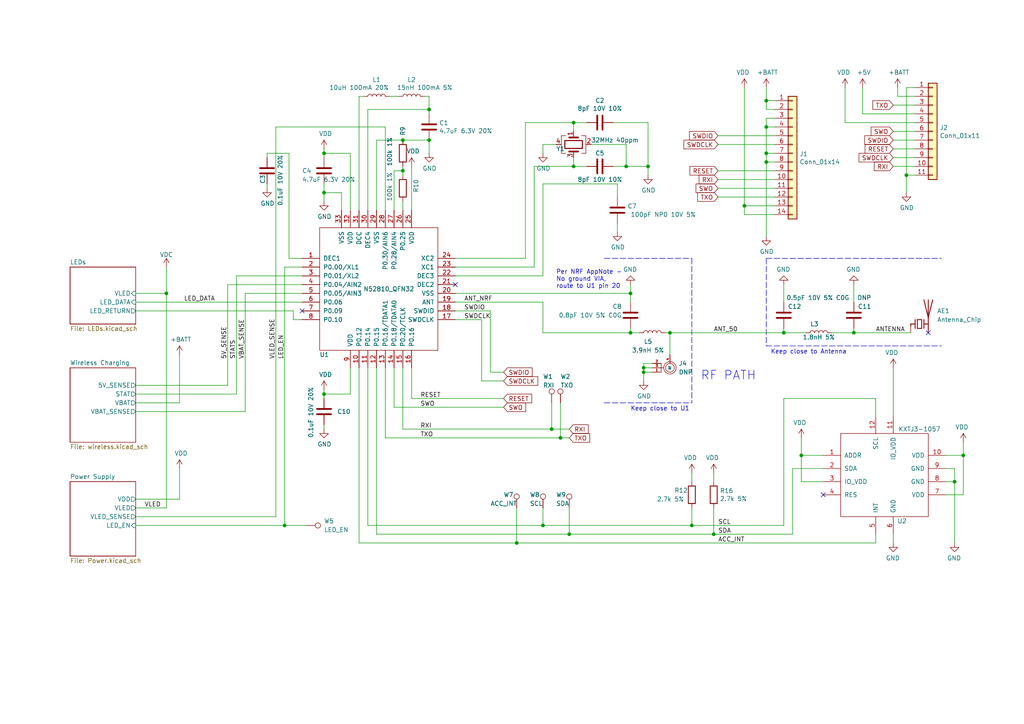
<source format=kicad_sch>
(kicad_sch (version 20211123) (generator eeschema)
  (paper "A4")
  (title_block (title "Pixels D20 Schematic, Main") (date "2022-08-26") (rev "13") (company "Systemic Games, LLC") (comment 1 "Main MCU, Accelerometer and Radio"))
  (lib_symbols
    (symbol "Connector_Generic:Conn_01x11" (pin_names (offset 1.016) hide)
      (property "Reference" "J" (at 0 15.24 0))
      (property "Value" "Conn_01x11" (at 0 -15.24 0))
      (symbol "Conn_01x11_1_1"
        (rectangle (start -1.27 -12.573) (end 0 -12.827) (stroke (width 0.1524)))
        (rectangle (start -1.27 -10.033) (end 0 -10.287) (stroke (width 0.1524)))
        (rectangle (start -1.27 -7.493) (end 0 -7.747) (stroke (width 0.1524)))
        (rectangle (start -1.27 -4.953) (end 0 -5.207) (stroke (width 0.1524)))
        (rectangle (start -1.27 -2.413) (end 0 -2.667) (stroke (width 0.1524)))
        (rectangle (start -1.27 0.127) (end 0 -0.127) (stroke (width 0.1524)))
        (rectangle (start -1.27 2.667) (end 0 2.413) (stroke (width 0.1524)))
        (rectangle (start -1.27 5.207) (end 0 4.953) (stroke (width 0.1524)))
        (rectangle (start -1.27 7.747) (end 0 7.493) (stroke (width 0.1524)))
        (rectangle (start -1.27 10.287) (end 0 10.033) (stroke (width 0.1524)))
        (rectangle (start -1.27 12.827) (end 0 12.573) (stroke (width 0.1524)))
        (rectangle (start -1.27 13.97) (end 1.27 -13.97) (stroke (width 0.254)) (fill (type background)))
        (pin passive line (at -5.08 12.7 0) (length 3.81) (name "Pin_1") (number "1"))
        (pin passive line (at -5.08 -10.16 0) (length 3.81) (name "Pin_10") (number "10"))
        (pin passive line (at -5.08 -12.7 0) (length 3.81) (name "Pin_11") (number "11"))
        (pin passive line (at -5.08 10.16 0) (length 3.81) (name "Pin_2") (number "2"))
        (pin passive line (at -5.08 7.62 0) (length 3.81) (name "Pin_3") (number "3"))
        (pin passive line (at -5.08 5.08 0) (length 3.81) (name "Pin_4") (number "4"))
        (pin passive line (at -5.08 2.54 0) (length 3.81) (name "Pin_5") (number "5"))
        (pin passive line (at -5.08 0 0) (length 3.81) (name "Pin_6") (number "6"))
        (pin passive line (at -5.08 -2.54 0) (length 3.81) (name "Pin_7") (number "7"))
        (pin passive line (at -5.08 -5.08 0) (length 3.81) (name "Pin_8") (number "8"))
        (pin passive line (at -5.08 -7.62 0) (length 3.81) (name "Pin_9") (number "9"))
      )
    )
    (symbol "Connector_Generic:Conn_01x14" (pin_names (offset 1.016) hide)
      (property "Reference" "J" (at 0 17.78 0))
      (property "Value" "Conn_01x14" (at 0 -20.32 0))
      (symbol "Conn_01x14_1_1"
        (rectangle (start -1.27 -17.653) (end 0 -17.907) (stroke (width 0.1524)))
        (rectangle (start -1.27 -15.113) (end 0 -15.367) (stroke (width 0.1524)))
        (rectangle (start -1.27 -12.573) (end 0 -12.827) (stroke (width 0.1524)))
        (rectangle (start -1.27 -10.033) (end 0 -10.287) (stroke (width 0.1524)))
        (rectangle (start -1.27 -7.493) (end 0 -7.747) (stroke (width 0.1524)))
        (rectangle (start -1.27 -4.953) (end 0 -5.207) (stroke (width 0.1524)))
        (rectangle (start -1.27 -2.413) (end 0 -2.667) (stroke (width 0.1524)))
        (rectangle (start -1.27 0.127) (end 0 -0.127) (stroke (width 0.1524)))
        (rectangle (start -1.27 2.667) (end 0 2.413) (stroke (width 0.1524)))
        (rectangle (start -1.27 5.207) (end 0 4.953) (stroke (width 0.1524)))
        (rectangle (start -1.27 7.747) (end 0 7.493) (stroke (width 0.1524)))
        (rectangle (start -1.27 10.287) (end 0 10.033) (stroke (width 0.1524)))
        (rectangle (start -1.27 12.827) (end 0 12.573) (stroke (width 0.1524)))
        (rectangle (start -1.27 15.367) (end 0 15.113) (stroke (width 0.1524)))
        (rectangle (start -1.27 16.51) (end 1.27 -19.05) (stroke (width 0.254)) (fill (type background)))
        (pin passive line (at -5.08 15.24 0) (length 3.81) (name "Pin_1") (number "1"))
        (pin passive line (at -5.08 -7.62 0) (length 3.81) (name "Pin_10") (number "10"))
        (pin passive line (at -5.08 -10.16 0) (length 3.81) (name "Pin_11") (number "11"))
        (pin passive line (at -5.08 -12.7 0) (length 3.81) (name "Pin_12") (number "12"))
        (pin passive line (at -5.08 -15.24 0) (length 3.81) (name "Pin_13") (number "13"))
        (pin passive line (at -5.08 -17.78 0) (length 3.81) (name "Pin_14") (number "14"))
        (pin passive line (at -5.08 12.7 0) (length 3.81) (name "Pin_2") (number "2"))
        (pin passive line (at -5.08 10.16 0) (length 3.81) (name "Pin_3") (number "3"))
        (pin passive line (at -5.08 7.62 0) (length 3.81) (name "Pin_4") (number "4"))
        (pin passive line (at -5.08 5.08 0) (length 3.81) (name "Pin_5") (number "5"))
        (pin passive line (at -5.08 2.54 0) (length 3.81) (name "Pin_6") (number "6"))
        (pin passive line (at -5.08 0 0) (length 3.81) (name "Pin_7") (number "7"))
        (pin passive line (at -5.08 -2.54 0) (length 3.81) (name "Pin_8") (number "8"))
        (pin passive line (at -5.08 -5.08 0) (length 3.81) (name "Pin_9") (number "9"))
      )
    )
    (symbol "Device:Antenna_Chip" (pin_numbers hide) (pin_names (offset 1.016) hide)
      (property "Reference" "AE" (at 0 5.08 0))
      (property "Value" "Antenna_Chip" (at 0 3.175 0))
      (symbol "Antenna_Chip_0_1"
        (polyline (pts (xy -2.54 0) (xy -2.54 -0.635)) (stroke (width 0.254)))
        (polyline (pts (xy -2.54 0) (xy -1.27 0)) (stroke (width 0.254)))
        (polyline (pts (xy 1.27 0) (xy 2.54 0)) (stroke (width 0.254)))
        (polyline (pts (xy 1.27 1.27) (xy 1.27 -1.27)) (stroke (width 0.254)))
        (polyline (pts (xy 2.54 -0.635) (xy 2.54 0)))
        (polyline (pts (xy 2.54 6.985) (xy 2.54 -1.905)) (stroke (width 0.254)))
        (polyline (pts (xy -1.27 1.27) (xy -1.27 -1.27) (xy -1.27 0)) (stroke (width 0.254)))
        (polyline (pts (xy 3.81 6.985) (xy 2.54 1.905) (xy 1.27 6.985)) (stroke (width 0.254)))
        (polyline (pts (xy -0.635 1.27) (xy 0.635 1.27) (xy 0.635 -1.27) (xy -0.635 -1.27) (xy -0.635 1.27)) (stroke (width 0.254)))
      )
      (symbol "Antenna_Chip_1_1"
        (pin input line (at -2.54 -2.54 90) (length 2.54) (name "FEED") (number "1"))
        (pin passive line (at 2.54 -2.54 90) (length 2.54) (name "PCB_Trace") (number "2"))
      )
    )
    (symbol "Device:C" (pin_numbers hide) (pin_names (offset 0.254))
      (property "Reference" "C" (at 0.635 2.54 0))
      (property "Value" "C" (at 0.635 -2.54 0))
      (symbol "C_0_1"
        (polyline (pts (xy -2.032 -0.762) (xy 2.032 -0.762)) (stroke (width 0.508)))
        (polyline (pts (xy -2.032 0.762) (xy 2.032 0.762)) (stroke (width 0.508)))
      )
      (symbol "C_1_1"
        (pin passive line (at 0 3.81 270) (length 2.794) (name "~") (number "1"))
        (pin passive line (at 0 -3.81 90) (length 2.794) (name "~") (number "2"))
      )
    )
    (symbol "Device:Crystal_GND24" (pin_names (offset 1.016) hide)
      (property "Reference" "Y" (at 3.175 5.08 0))
      (property "Value" "Crystal_GND24" (at 3.175 3.175 0))
      (symbol "Crystal_GND24_0_1"
        (rectangle (start -1.143 2.54) (end 1.143 -2.54) (stroke (width 0.3048)))
        (polyline (pts (xy -2.54 0) (xy -2.032 0)))
        (polyline (pts (xy -2.032 -1.27) (xy -2.032 1.27)) (stroke (width 0.508)))
        (polyline (pts (xy 0 -3.81) (xy 0 -3.556)))
        (polyline (pts (xy 0 3.556) (xy 0 3.81)))
        (polyline (pts (xy 2.032 -1.27) (xy 2.032 1.27)) (stroke (width 0.508)))
        (polyline (pts (xy 2.032 0) (xy 2.54 0)))
        (polyline (pts (xy -2.54 -2.286) (xy -2.54 -3.556) (xy 2.54 -3.556) (xy 2.54 -2.286)))
        (polyline (pts (xy -2.54 2.286) (xy -2.54 3.556) (xy 2.54 3.556) (xy 2.54 2.286)))
      )
      (symbol "Crystal_GND24_1_1"
        (pin passive line (at -3.81 0 0) (length 1.27) (name "1") (number "1"))
        (pin passive line (at 0 5.08 270) (length 1.27) (name "2") (number "2"))
        (pin passive line (at 3.81 0 180) (length 1.27) (name "3") (number "3"))
        (pin passive line (at 0 -5.08 90) (length 1.27) (name "4") (number "4"))
      )
    )
    (symbol "Device:L" (pin_numbers hide) (pin_names (offset 1.016) hide)
      (property "Reference" "L" (at -1.27 0 90))
      (property "Value" "L" (at 1.905 0 90))
      (symbol "L_0_1"
        (arc (start 0 -2.54) (mid 0.635 -1.905) (end 0 -1.27))
        (arc (start 0 -1.27) (mid 0.635 -0.635) (end 0 0))
        (arc (start 0 0) (mid 0.635 0.635) (end 0 1.27))
        (arc (start 0 1.27) (mid 0.635 1.905) (end 0 2.54))
      )
      (symbol "L_1_1"
        (pin passive line (at 0 3.81 270) (length 1.27) (name "1") (number "1"))
        (pin passive line (at 0 -3.81 90) (length 1.27) (name "2") (number "2"))
      )
    )
    (symbol "Device:R" (pin_numbers hide) (pin_names (offset 0))
      (property "Reference" "R" (at 2.032 0 90))
      (property "Value" "R" (at 0 0 90))
      (symbol "R_0_1"
        (rectangle (start -1.016 -2.54) (end 1.016 2.54) (stroke (width 0.254)))
      )
      (symbol "R_1_1"
        (pin passive line (at 0 3.81 270) (length 1.27) (name "~") (number "1"))
        (pin passive line (at 0 -3.81 90) (length 1.27) (name "~") (number "2"))
      )
    )
    (symbol "Pixels-dice:KXTJ3-1057" (pin_names (offset 1.016))
      (property "Reference" "U" (at 10.16 -12.7 0))
      (property "Value" "KXTJ3-1057" (at 8.89 13.97 0))
      (symbol "KXTJ3-1057_0_1"
        (rectangle (start -12.7 12.7) (end 12.7 -11.43))
      )
      (symbol "KXTJ3-1057_1_1"
        (pin input line (at -17.78 6.35 0) (length 5.08) (name "ADDR") (number "1"))
        (pin power_in line (at 17.78 6.35 180) (length 5.08) (name "VDD") (number "10"))
        (pin power_in line (at 2.54 17.78 270) (length 5.08) (name "IO_VDD") (number "11"))
        (pin input line (at -2.54 17.78 270) (length 5.08) (name "SCL") (number "12"))
        (pin bidirectional line (at -17.78 2.54 0) (length 5.08) (name "SDA") (number "2"))
        (pin power_in line (at -17.78 -1.27 0) (length 5.08) (name "IO_VDD") (number "3"))
        (pin passive line (at -17.78 -5.08 0) (length 5.08) (name "RES") (number "4"))
        (pin output line (at -2.54 -16.51 90) (length 5.08) (name "INT") (number "5"))
        (pin power_in line (at 2.54 -16.51 90) (length 5.08) (name "GND") (number "6"))
        (pin power_in line (at 17.78 -5.08 180) (length 5.08) (name "VDD") (number "7"))
        (pin power_in line (at 17.78 -1.27 180) (length 5.08) (name "GND") (number "8"))
        (pin power_in line (at 17.78 2.54 180) (length 5.08) (name "GND") (number "9"))
      )
    )
    (symbol "Pixels-dice:N52810_QFN32" (pin_names (offset 1.016))
      (property "Reference" "U" (at 13.97 -19.05 0))
      (property "Value" "N52810_QFN32" (at 2.54 0 0))
      (symbol "N52810_QFN32_0_1"
        (rectangle (start -17.78 17.78) (end 16.51 -17.78))
      )
      (symbol "N52810_QFN32_1_1"
        (pin power_out line (at -22.86 8.89 0) (length 5.08) (name "DEC1") (number "1"))
        (pin bidirectional line (at -6.35 -22.86 90) (length 5.08) (name "P0.12") (number "10"))
        (pin bidirectional line (at -3.81 -22.86 90) (length 5.08) (name "P0.14") (number "11"))
        (pin bidirectional line (at -1.27 -22.86 90) (length 5.08) (name "P0.15") (number "12"))
        (pin bidirectional line (at 1.27 -22.86 90) (length 5.08) (name "P0.16/TDATA1") (number "13"))
        (pin bidirectional line (at 3.81 -22.86 90) (length 5.08) (name "P0.18/TDATA0") (number "14"))
        (pin bidirectional line (at 6.35 -22.86 90) (length 5.08) (name "P0.20/TCLK") (number "15"))
        (pin bidirectional line (at 8.89 -22.86 90) (length 5.08) (name "P0.16") (number "16"))
        (pin bidirectional line (at 21.59 -8.89 180) (length 5.08) (name "SWDCLK") (number "17"))
        (pin bidirectional line (at 21.59 -6.35 180) (length 5.08) (name "SWDIO") (number "18"))
        (pin output line (at 21.59 -3.81 180) (length 5.08) (name "ANT") (number "19"))
        (pin bidirectional line (at -22.86 6.35 0) (length 5.08) (name "P0.00/XL1") (number "2"))
        (pin output line (at 21.59 -1.27 180) (length 5.08) (name "VSS") (number "20"))
        (pin output line (at 21.59 1.27 180) (length 5.08) (name "DEC2") (number "21"))
        (pin output line (at 21.59 3.81 180) (length 5.08) (name "DEC3") (number "22"))
        (pin output line (at 21.59 6.35 180) (length 5.08) (name "XC1") (number "23"))
        (pin input line (at 21.59 8.89 180) (length 5.08) (name "XC2") (number "24"))
        (pin power_in line (at 8.89 22.86 270) (length 5.08) (name "VDD") (number "25"))
        (pin bidirectional line (at 6.35 22.86 270) (length 5.08) (name "P0.25") (number "26"))
        (pin bidirectional line (at 3.81 22.86 270) (length 5.08) (name "P0.28/AIN4") (number "27"))
        (pin bidirectional line (at 1.27 22.86 270) (length 5.08) (name "P0.30/AIN6") (number "28"))
        (pin power_in line (at -1.27 22.86 270) (length 5.08) (name "VSS") (number "29"))
        (pin bidirectional line (at -22.86 3.81 0) (length 5.08) (name "P0.01/XL2") (number "3"))
        (pin output line (at -3.81 22.86 270) (length 5.08) (name "DEC4") (number "30"))
        (pin output line (at -6.35 22.86 270) (length 5.08) (name "DCC") (number "31"))
        (pin power_in line (at -8.89 22.86 270) (length 5.08) (name "VDD") (number "32"))
        (pin power_in line (at -11.43 22.86 270) (length 5.08) (name "VSS") (number "33"))
        (pin bidirectional line (at -22.86 1.27 0) (length 5.08) (name "P0.04/AIN2") (number "4"))
        (pin bidirectional line (at -22.86 -1.27 0) (length 5.08) (name "P0.05/AIN3") (number "5"))
        (pin bidirectional line (at -22.86 -3.81 0) (length 5.08) (name "P0.06") (number "6"))
        (pin bidirectional line (at -22.86 -6.35 0) (length 5.08) (name "P0.09") (number "7"))
        (pin bidirectional line (at -22.86 -8.89 0) (length 5.08) (name "P0.10") (number "8"))
        (pin power_in line (at -8.89 -22.86 90) (length 5.08) (name "VDD") (number "9"))
      )
    )
    (symbol "Pixels-dice:TEST_1P-conn" (pin_numbers hide) (pin_names (offset 0.762) hide)
      (property "Reference" "W" (at 0 6.858 0))
      (property "Value" "TEST_1P-conn" (at 0 5.08 0))
      (symbol "TEST_1P-conn_0_1"
        (circle (center 0 3.302) (radius 0.762))
      )
      (symbol "TEST_1P-conn_1_1"
        (pin passive line (at 0 0 90) (length 2.54) (name "1") (number "1"))
      )
    )
    (symbol "Pixels-dice:W.FL"
      (property "Reference" "J" (at 3.81 -1.27 0))
      (property "Value" "W.FL" (at 4.445 1.27 0))
      (symbol "W.FL_0_1"
        (polyline (pts (xy -1.27 -2.54) (xy 1.27 -2.54)))
        (polyline (pts (xy 0 -2.54) (xy 0 -1.905)))
        (circle (center 0 0) (radius 1.27))
        (circle (center 0 0) (radius 1.7961))
      )
      (symbol "W.FL_1_1"
        (pin passive line (at 1.27 -5.08 90) (length 2.54) (name "") (number "1"))
        (pin passive line (at -1.27 -5.08 90) (length 2.54) (name "") (number "2"))
        (pin passive line (at 0 -5.08 90) (length 2.54) (name "") (number "3"))
        (pin passive line (at -3.81 0 0) (length 2.54) (name "RF") (number "4"))
      )
    )
    (symbol "power:+5V" (power) (pin_names (offset 0))
      (property "Value" "+5V" (at 0 3.556 0))
      (symbol "+5V_0_1"
        (polyline (pts (xy -0.762 1.27) (xy 0 2.54)))
        (polyline (pts (xy 0 0) (xy 0 2.54)))
        (polyline (pts (xy 0 2.54) (xy 0.762 1.27)))
      )
      (symbol "+5V_1_1"
        (pin power_in line (at 0 0 90) (length 0) hide (name "+5V") (number "1"))
      )
    )
    (symbol "power:+BATT" (power) (pin_names (offset 0))
      (property "Value" "+BATT" (at 0 3.556 0))
      (symbol "+BATT_0_1"
        (polyline (pts (xy -0.762 1.27) (xy 0 2.54)))
        (polyline (pts (xy 0 0) (xy 0 2.54)))
        (polyline (pts (xy 0 2.54) (xy 0.762 1.27)))
      )
      (symbol "+BATT_1_1"
        (pin power_in line (at 0 0 90) (length 0) hide (name "+BATT") (number "1"))
      )
    )
    (symbol "power:GND" (power) (pin_names (offset 0))
      (property "Value" "GND" (at 0 -3.81 0))
      (symbol "GND_0_1"
        (polyline (pts (xy 0 0) (xy 0 -1.27) (xy 1.27 -1.27) (xy 0 -2.54) (xy -1.27 -1.27) (xy 0 -1.27)))
      )
      (symbol "GND_1_1"
        (pin power_in line (at 0 0 270) (length 0) hide (name "GND") (number "1"))
      )
    )
    (symbol "power:VDC" (power) (pin_names (offset 0))
      (property "Value" "VDC" (at 0 6.35 0))
      (symbol "VDC_0_1"
        (polyline (pts (xy -0.762 1.27) (xy 0 2.54)))
        (polyline (pts (xy 0 0) (xy 0 2.54)))
        (polyline (pts (xy 0 2.54) (xy 0.762 1.27)))
      )
      (symbol "VDC_1_1"
        (pin power_in line (at 0 0 90) (length 0) hide (name "VDC") (number "1"))
      )
    )
    (symbol "power:VDD" (power) (pin_names (offset 0))
      (property "Value" "VDD" (at 0 3.81 0))
      (symbol "VDD_0_1"
        (polyline (pts (xy -0.762 1.27) (xy 0 2.54)))
        (polyline (pts (xy 0 0) (xy 0 2.54)))
        (polyline (pts (xy 0 2.54) (xy 0.762 1.27)))
      )
      (symbol "VDD_1_1"
        (pin power_in line (at 0 0 90) (length 0) hide (name "VDD") (number "1"))
      )
    )
  )
  (junction (at 279.4 132.08))
  (junction (at 181.61 48.26))
  (junction (at 276.86 139.7))
  (junction (at 93.98 55.88))
  (junction (at 93.98 44.45))
  (junction (at 194.31 96.52))
  (junction (at 124.46 40.64))
  (junction (at 116.84 49.53))
  (junction (at 262.89 50.8))
  (junction (at 166.37 48.26))
  (junction (at 149.86 157.48))
  (junction (at 182.88 96.52))
  (junction (at 165.1 154.94))
  (junction (at 207.01 154.94))
  (junction (at 222.25 36.83))
  (junction (at 93.98 114.3))
  (junction (at 227.33 96.52))
  (junction (at 124.46 31.75))
  (junction (at 182.88 85.09))
  (junction (at 82.55 152.4))
  (junction (at 222.25 44.45))
  (junction (at 247.65 96.52))
  (junction (at 116.84 40.64))
  (junction (at 222.25 29.21))
  (junction (at 187.96 48.26))
  (junction (at 222.25 46.99))
  (junction (at 48.26 85.09))
  (junction (at 162.56 127))
  (junction (at 232.41 132.08))
  (junction (at 215.9 59.69))
  (junction (at 157.48 152.4))
  (junction (at 160.02 124.46))
  (junction (at 200.66 152.4))
  (junction (at 186.69 107.95))
  (junction (at 166.37 35.56))
  (junction (at 186.69 106.68))
  (no_connect (at 132.08 82.55))
  (no_connect (at 238.76 143.51))
  (no_connect (at 87.63 90.17))
  (no_connect (at 269.24 96.52))
  (wire (pts (xy 99.06 55.88) (xy 93.98 55.88)))
  (wire (pts (xy 99.06 60.96) (xy 99.06 55.88)))
  (wire (pts (xy 222.25 34.29) (xy 222.25 36.83)))
  (wire (pts (xy 207.01 137.16) (xy 207.01 139.7)))
  (wire (pts (xy 149.86 147.32) (xy 149.86 157.48)))
  (wire (pts (xy 109.22 40.64) (xy 109.22 60.96)))
  (wire (pts (xy 181.61 41.91) (xy 181.61 48.26)))
  (wire (pts (xy 250.19 25.4) (xy 250.19 33.02)))
  (wire (pts (xy 68.58 80.01) (xy 68.58 114.3)))
  (wire (pts (xy 154.94 77.47) (xy 154.94 48.26)))
  (wire (pts (xy 93.98 44.45) (xy 93.98 45.72)))
  (wire (pts (xy 232.41 139.7) (xy 232.41 132.08)))
  (wire (pts (xy 279.4 143.51) (xy 274.32 143.51)))
  (wire (pts (xy 101.6 44.45) (xy 93.98 44.45)))
  (wire (pts (xy 177.8 48.26) (xy 181.61 48.26)))
  (wire (pts (xy 157.48 80.01) (xy 132.08 80.01)))
  (wire (pts (xy 139.7 110.49) (xy 146.05 110.49)))
  (wire (pts (xy 132.08 74.93) (xy 152.4 74.93)))
  (wire (pts (xy 238.76 135.89) (xy 229.87 135.89)))
  (wire (pts (xy 207.01 147.32) (xy 207.01 154.94)))
  (polyline (pts (xy 222.25 74.93) (xy 222.25 100.33)))
  (wire (pts (xy 187.96 35.56) (xy 187.96 48.26)))
  (wire (pts (xy 224.79 46.99) (xy 222.25 46.99)))
  (wire (pts (xy 160.02 124.46) (xy 165.1 124.46)))
  (wire (pts (xy 166.37 35.56) (xy 170.18 35.56)))
  (wire (pts (xy 189.23 106.68) (xy 186.69 106.68)))
  (wire (pts (xy 259.08 154.94) (xy 259.08 157.48)))
  (wire (pts (xy 39.37 114.3) (xy 68.58 114.3)))
  (polyline (pts (xy 222.25 100.33) (xy 273.05 100.33)))
  (wire (pts (xy 132.08 87.63) (xy 157.48 87.63)))
  (wire (pts (xy 208.28 41.91) (xy 224.79 41.91)))
  (wire (pts (xy 39.37 147.32) (xy 48.26 147.32)))
  (wire (pts (xy 215.9 59.69) (xy 215.9 62.23)))
  (wire (pts (xy 116.84 124.46) (xy 116.84 106.68)))
  (wire (pts (xy 39.37 90.17) (xy 85.09 90.17)))
  (wire (pts (xy 162.56 127) (xy 165.1 127)))
  (wire (pts (xy 260.35 25.4) (xy 260.35 27.94)))
  (wire (pts (xy 80.01 36.83) (xy 111.76 36.83)))
  (wire (pts (xy 186.69 105.41) (xy 186.69 106.68)))
  (wire (pts (xy 111.76 36.83) (xy 111.76 60.96)))
  (wire (pts (xy 262.89 25.4) (xy 262.89 50.8)))
  (wire (pts (xy 124.46 40.64) (xy 124.46 44.45)))
  (wire (pts (xy 39.37 111.76) (xy 66.04 111.76)))
  (wire (pts (xy 93.98 114.3) (xy 93.98 115.57)))
  (wire (pts (xy 132.08 85.09) (xy 182.88 85.09)))
  (wire (pts (xy 259.08 40.64) (xy 265.43 40.64)))
  (wire (pts (xy 149.86 157.48) (xy 254 157.48)))
  (wire (pts (xy 66.04 82.55) (xy 66.04 111.76)))
  (wire (pts (xy 224.79 59.69) (xy 215.9 59.69)))
  (wire (pts (xy 85.09 90.17) (xy 85.09 92.71)))
  (wire (pts (xy 274.32 139.7) (xy 276.86 139.7)))
  (wire (pts (xy 157.48 96.52) (xy 182.88 96.52)))
  (wire (pts (xy 152.4 74.93) (xy 152.4 35.56)))
  (wire (pts (xy 106.68 106.68) (xy 106.68 152.4)))
  (wire (pts (xy 132.08 90.17) (xy 142.24 90.17)))
  (wire (pts (xy 114.3 106.68) (xy 114.3 118.11)))
  (wire (pts (xy 101.6 60.96) (xy 101.6 44.45)))
  (wire (pts (xy 254 120.65) (xy 254 115.57)))
  (wire (pts (xy 222.25 31.75) (xy 224.79 31.75)))
  (wire (pts (xy 93.98 114.3) (xy 93.98 113.03)))
  (wire (pts (xy 189.23 107.95) (xy 186.69 107.95)))
  (wire (pts (xy 142.24 107.95) (xy 146.05 107.95)))
  (wire (pts (xy 222.25 29.21) (xy 222.25 31.75)))
  (wire (pts (xy 161.29 41.91) (xy 157.48 41.91)))
  (wire (pts (xy 160.02 116.84) (xy 160.02 124.46)))
  (wire (pts (xy 259.08 45.72) (xy 265.43 45.72)))
  (wire (pts (xy 222.25 44.45) (xy 222.25 46.99)))
  (wire (pts (xy 124.46 31.75) (xy 124.46 33.02)))
  (wire (pts (xy 52.07 144.78) (xy 52.07 135.89)))
  (wire (pts (xy 186.69 106.68) (xy 186.69 107.95)))
  (wire (pts (xy 194.31 96.52) (xy 194.31 102.87)))
  (wire (pts (xy 104.14 60.96) (xy 104.14 27.94)))
  (wire (pts (xy 114.3 60.96) (xy 114.3 49.53)))
  (wire (pts (xy 39.37 87.63) (xy 87.63 87.63)))
  (wire (pts (xy 123.19 27.94) (xy 124.46 27.94)))
  (wire (pts (xy 124.46 31.75) (xy 106.68 31.75)))
  (wire (pts (xy 165.1 154.94) (xy 207.01 154.94)))
  (wire (pts (xy 208.28 49.53) (xy 224.79 49.53)))
  (wire (pts (xy 232.41 132.08) (xy 238.76 132.08)))
  (wire (pts (xy 193.04 96.52) (xy 194.31 96.52)))
  (wire (pts (xy 177.8 35.56) (xy 187.96 35.56)))
  (wire (pts (xy 222.25 36.83) (xy 222.25 44.45)))
  (wire (pts (xy 39.37 85.09) (xy 48.26 85.09)))
  (wire (pts (xy 274.32 135.89) (xy 276.86 135.89)))
  (wire (pts (xy 279.4 132.08) (xy 279.4 143.51)))
  (wire (pts (xy 114.3 49.53) (xy 116.84 49.53)))
  (polyline (pts (xy 175.26 116.84) (xy 200.66 116.84)))
  (wire (pts (xy 85.09 92.71) (xy 87.63 92.71)))
  (wire (pts (xy 154.94 48.26) (xy 166.37 48.26)))
  (wire (pts (xy 247.65 82.55) (xy 247.65 87.63)))
  (wire (pts (xy 232.41 132.08) (xy 232.41 127)))
  (wire (pts (xy 101.6 114.3) (xy 93.98 114.3)))
  (wire (pts (xy 111.76 127) (xy 162.56 127)))
  (wire (pts (xy 227.33 96.52) (xy 233.68 96.52)))
  (wire (pts (xy 194.31 96.52) (xy 227.33 96.52)))
  (wire (pts (xy 227.33 115.57) (xy 227.33 152.4)))
  (wire (pts (xy 276.86 139.7) (xy 276.86 157.48)))
  (wire (pts (xy 82.55 77.47) (xy 82.55 152.4)))
  (wire (pts (xy 200.66 137.16) (xy 200.66 139.7)))
  (polyline (pts (xy 200.66 74.93) (xy 200.66 116.84)))
  (wire (pts (xy 88.9 152.4) (xy 82.55 152.4)))
  (wire (pts (xy 222.25 34.29) (xy 224.79 34.29)))
  (wire (pts (xy 166.37 48.26) (xy 170.18 48.26)))
  (wire (pts (xy 215.9 62.23) (xy 224.79 62.23)))
  (wire (pts (xy 222.25 46.99) (xy 222.25 68.58)))
  (wire (pts (xy 182.88 82.55) (xy 182.88 85.09)))
  (wire (pts (xy 116.84 124.46) (xy 160.02 124.46)))
  (wire (pts (xy 179.07 53.34) (xy 179.07 57.15)))
  (wire (pts (xy 262.89 55.88) (xy 262.89 50.8)))
  (wire (pts (xy 259.08 48.26) (xy 265.43 48.26)))
  (wire (pts (xy 119.38 106.68) (xy 119.38 115.57)))
  (wire (pts (xy 208.28 57.15) (xy 224.79 57.15)))
  (wire (pts (xy 157.48 152.4) (xy 200.66 152.4)))
  (wire (pts (xy 152.4 35.56) (xy 166.37 35.56)))
  (wire (pts (xy 39.37 144.78) (xy 52.07 144.78)))
  (wire (pts (xy 259.08 38.1) (xy 265.43 38.1)))
  (wire (pts (xy 186.69 107.95) (xy 186.69 110.49)))
  (wire (pts (xy 39.37 119.38) (xy 71.12 119.38)))
  (wire (pts (xy 124.46 27.94) (xy 124.46 31.75)))
  (wire (pts (xy 241.3 96.52) (xy 247.65 96.52)))
  (wire (pts (xy 259.08 30.48) (xy 265.43 30.48)))
  (wire (pts (xy 48.26 85.09) (xy 48.26 147.32)))
  (wire (pts (xy 82.55 77.47) (xy 87.63 77.47)))
  (wire (pts (xy 200.66 152.4) (xy 227.33 152.4)))
  (wire (pts (xy 109.22 154.94) (xy 165.1 154.94)))
  (wire (pts (xy 119.38 48.26) (xy 119.38 60.96)))
  (wire (pts (xy 82.55 152.4) (xy 39.37 152.4)))
  (wire (pts (xy 208.28 54.61) (xy 224.79 54.61)))
  (wire (pts (xy 87.63 82.55) (xy 66.04 82.55)))
  (wire (pts (xy 116.84 58.42) (xy 116.84 60.96)))
  (wire (pts (xy 116.84 40.64) (xy 124.46 40.64)))
  (wire (pts (xy 104.14 27.94) (xy 105.41 27.94)))
  (wire (pts (xy 227.33 82.55) (xy 227.33 87.63)))
  (wire (pts (xy 250.19 33.02) (xy 265.43 33.02)))
  (wire (pts (xy 260.35 27.94) (xy 265.43 27.94)))
  (wire (pts (xy 87.63 80.01) (xy 68.58 80.01)))
  (wire (pts (xy 104.14 157.48) (xy 149.86 157.48)))
  (wire (pts (xy 139.7 92.71) (xy 139.7 110.49)))
  (wire (pts (xy 39.37 149.86) (xy 80.01 149.86)))
  (wire (pts (xy 171.45 41.91) (xy 181.61 41.91)))
  (polyline (pts (xy 175.26 74.93) (xy 200.66 74.93)))
  (wire (pts (xy 93.98 44.45) (xy 93.98 43.18)))
  (wire (pts (xy 93.98 55.88) (xy 93.98 58.42)))
  (wire (pts (xy 48.26 85.09) (xy 48.26 77.47)))
  (wire (pts (xy 157.48 87.63) (xy 157.48 96.52)))
  (polyline (pts (xy 222.25 74.93) (xy 273.05 74.93)))
  (wire (pts (xy 132.08 92.71) (xy 139.7 92.71)))
  (wire (pts (xy 165.1 147.32) (xy 165.1 154.94)))
  (wire (pts (xy 229.87 135.89) (xy 229.87 154.94)))
  (wire (pts (xy 224.79 44.45) (xy 222.25 44.45)))
  (wire (pts (xy 77.47 53.34) (xy 77.47 54.61)))
  (wire (pts (xy 146.05 115.57) (xy 119.38 115.57)))
  (wire (pts (xy 265.43 25.4) (xy 262.89 25.4)))
  (wire (pts (xy 116.84 49.53) (xy 116.84 50.8)))
  (wire (pts (xy 222.25 25.4) (xy 222.25 29.21)))
  (wire (pts (xy 162.56 116.84) (xy 162.56 127)))
  (wire (pts (xy 245.11 35.56) (xy 265.43 35.56)))
  (wire (pts (xy 157.48 147.32) (xy 157.48 152.4)))
  (wire (pts (xy 83.82 44.45) (xy 77.47 44.45)))
  (wire (pts (xy 182.88 95.25) (xy 182.88 96.52)))
  (wire (pts (xy 142.24 90.17) (xy 142.24 107.95)))
  (wire (pts (xy 109.22 40.64) (xy 116.84 40.64)))
  (wire (pts (xy 279.4 128.27) (xy 279.4 132.08)))
  (wire (pts (xy 87.63 74.93) (xy 83.82 74.93)))
  (wire (pts (xy 93.98 53.34) (xy 93.98 55.88)))
  (wire (pts (xy 157.48 53.34) (xy 157.48 80.01)))
  (wire (pts (xy 254 154.94) (xy 254 157.48)))
  (wire (pts (xy 106.68 31.75) (xy 106.68 60.96)))
  (wire (pts (xy 71.12 85.09) (xy 71.12 119.38)))
  (wire (pts (xy 181.61 48.26) (xy 187.96 48.26)))
  (wire (pts (xy 83.82 74.93) (xy 83.82 44.45)))
  (wire (pts (xy 247.65 96.52) (xy 264.16 96.52)))
  (wire (pts (xy 259.08 43.18) (xy 265.43 43.18)))
  (wire (pts (xy 207.01 154.94) (xy 229.87 154.94)))
  (wire (pts (xy 245.11 25.4) (xy 245.11 35.56)))
  (wire (pts (xy 116.84 48.26) (xy 116.84 49.53)))
  (wire (pts (xy 182.88 96.52) (xy 185.42 96.52)))
  (wire (pts (xy 80.01 36.83) (xy 80.01 149.86)))
  (wire (pts (xy 39.37 116.84) (xy 52.07 116.84)))
  (wire (pts (xy 182.88 85.09) (xy 182.88 87.63)))
  (wire (pts (xy 104.14 106.68) (xy 104.14 157.48)))
  (wire (pts (xy 179.07 64.77) (xy 179.07 67.31)))
  (wire (pts (xy 157.48 41.91) (xy 157.48 44.45)))
  (wire (pts (xy 113.03 27.94) (xy 115.57 27.94)))
  (wire (pts (xy 187.96 48.26) (xy 187.96 50.8)))
  (wire (pts (xy 166.37 45.72) (xy 166.37 48.26)))
  (wire (pts (xy 208.28 39.37) (xy 224.79 39.37)))
  (wire (pts (xy 166.37 38.1) (xy 166.37 35.56)))
  (wire (pts (xy 279.4 132.08) (xy 274.32 132.08)))
  (wire (pts (xy 254 115.57) (xy 227.33 115.57)))
  (wire (pts (xy 179.07 53.34) (xy 157.48 53.34)))
  (wire (pts (xy 238.76 139.7) (xy 232.41 139.7)))
  (wire (pts (xy 247.65 95.25) (xy 247.65 96.52)))
  (wire (pts (xy 146.05 118.11) (xy 114.3 118.11)))
  (wire (pts (xy 262.89 50.8) (xy 265.43 50.8)))
  (wire (pts (xy 77.47 44.45) (xy 77.47 45.72)))
  (wire (pts (xy 224.79 36.83) (xy 222.25 36.83)))
  (wire (pts (xy 111.76 127) (xy 111.76 106.68)))
  (wire (pts (xy 109.22 106.68) (xy 109.22 154.94)))
  (wire (pts (xy 215.9 25.4) (xy 215.9 59.69)))
  (wire (pts (xy 276.86 135.89) (xy 276.86 139.7)))
  (wire (pts (xy 259.08 106.68) (xy 259.08 120.65)))
  (wire (pts (xy 189.23 105.41) (xy 186.69 105.41)))
  (wire (pts (xy 222.25 29.21) (xy 224.79 29.21)))
  (wire (pts (xy 132.08 77.47) (xy 154.94 77.47)))
  (wire (pts (xy 200.66 147.32) (xy 200.66 152.4)))
  (wire (pts (xy 101.6 106.68) (xy 101.6 114.3)))
  (wire (pts (xy 52.07 102.87) (xy 52.07 116.84)))
  (wire (pts (xy 87.63 85.09) (xy 71.12 85.09)))
  (wire (pts (xy 208.28 52.07) (xy 224.79 52.07)))
  (wire (pts (xy 227.33 95.25) (xy 227.33 96.52)))
  (wire (pts (xy 106.68 152.4) (xy 157.48 152.4)))
  (wire (pts (xy 93.98 123.19) (xy 93.98 124.46)))
  (text "Per NRF AppNote -\nNo ground VIA,\nroute to U1 pin 20" (at 161.29 83.82 0) (effects (font (size 1.27 1.27)) (justify left bottom)))
  (text "RF PATH" (at 203.2 110.49 0) (effects (font (size 2.54 2.54)) (justify left bottom)))
  (text "Keep close to Antenna" (at 223.52 102.87 0) (effects (font (size 1.27 1.27)) (justify left bottom)))
  (text "Keep close to U1" (at 182.88 119.38 0) (effects (font (size 1.27 1.27)) (justify left bottom)))
  (label "VLED_SENSE" (at 80.01 104.14 90))
  (label "TXO" (at 121.92 127 0))
  (label "ACC_INT" (at 208.28 157.48 0))
  (label "ANT_50" (at 207.01 96.52 0))
  (label "SWDCLK" (at 134.62 92.71 0))
  (label "VBAT_SENSE" (at 71.12 104.14 90))
  (label "5V_SENSE" (at 66.04 104.14 90))
  (label "ANT_NRF" (at 134.62 87.63 0))
  (label "SDA" (at 208.28 154.94 0))
  (label "LED_EN" (at 82.55 104.14 90))
  (label "ANTENNA" (at 254 96.52 0))
  (label "RXI" (at 121.92 124.46 0))
  (label "SWDIO" (at 134.62 90.17 0))
  (label "SWO" (at 121.92 118.11 0))
  (label "LED_DATA" (at 53.34 87.63 0))
  (label "RESET" (at 121.92 115.57 0))
  (label "SCL" (at 208.28 152.4 0))
  (label "VLED" (at 41.91 147.32 0))
  (label "STATS" (at 68.58 104.14 90))
  (global_label "TXO" (shape input) (at 165.1 127 0) (property "Intersheet References" "${INTERSHEET_REFS}" (effects hide)))
  (global_label "RXI" (shape input) (at 259.08 48.26 180) (property "Intersheet References" "${INTERSHEET_REFS}" (effects hide)))
  (global_label "RESET" (shape input) (at 259.08 43.18 180) (property "Intersheet References" "${INTERSHEET_REFS}" (effects hide)))
  (global_label "RESET" (shape input) (at 208.28 49.53 180) (property "Intersheet References" "${INTERSHEET_REFS}" (effects hide)))
  (global_label "SWDIO" (shape input) (at 146.05 107.95 0) (property "Intersheet References" "${INTERSHEET_REFS}" (effects hide)))
  (global_label "RXI" (shape input) (at 208.28 52.07 180) (property "Intersheet References" "${INTERSHEET_REFS}" (effects hide)))
  (global_label "SWDCLK" (shape input) (at 259.08 45.72 180) (property "Intersheet References" "${INTERSHEET_REFS}" (effects hide)))
  (global_label "TXO" (shape input) (at 259.08 30.48 180) (property "Intersheet References" "${INTERSHEET_REFS}" (effects hide)))
  (global_label "SWO" (shape input) (at 146.05 118.11 0) (property "Intersheet References" "${INTERSHEET_REFS}" (effects hide)))
  (global_label "SWDCLK" (shape input) (at 146.05 110.49 0) (property "Intersheet References" "${INTERSHEET_REFS}" (effects hide)))
  (global_label "TXO" (shape input) (at 208.28 57.15 180) (property "Intersheet References" "${INTERSHEET_REFS}" (effects hide)))
  (global_label "RESET" (shape input) (at 146.05 115.57 0) (property "Intersheet References" "${INTERSHEET_REFS}" (effects hide)))
  (global_label "SWDIO" (shape input) (at 259.08 40.64 180) (property "Intersheet References" "${INTERSHEET_REFS}" (effects hide)))
  (global_label "SWO" (shape input) (at 208.28 54.61 180) (property "Intersheet References" "${INTERSHEET_REFS}" (effects hide)))
  (global_label "RXI" (shape input) (at 165.1 124.46 0) (property "Intersheet References" "${INTERSHEET_REFS}" (effects hide)))
  (global_label "SWDCLK" (shape input) (at 208.28 41.91 180) (property "Intersheet References" "${INTERSHEET_REFS}" (effects hide)))
  (global_label "SWO" (shape input) (at 259.08 38.1 180) (property "Intersheet References" "${INTERSHEET_REFS}" (effects hide)))
  (global_label "SWDIO" (shape input) (at 208.28 39.37 180) (property "Intersheet References" "${INTERSHEET_REFS}" (effects hide)))
  (symbol (lib_id "power:GND") (at 93.98 124.46 0) (unit 1)
    (property "Reference" "#PWR016" (effects hide))
    (property "Value" "GND" (at 94.107 128.8542 0))
  )
  (symbol (lib_id "power:VDD") (at 93.98 113.03 0) (unit 1)
    (property "Reference" "#PWR014" (effects hide))
    (property "Value" "VDD" (at 94.4118 108.6358 0))
  )
  (symbol (lib_id "Device:C") (at 93.98 119.38 0) (unit 1)
    (property "Reference" "C10" (at 97.79 119.38 0) (effects (justify left)))
    (property "Value" "0.1uF 10V 20%" (at 90.17 127 90) (effects (justify left)))
    (property "Footprint" "Pixels-dice:C_0402_1005Metric" (effects hide))
    (property "Generic OK" "YES" (effects hide))
    (property "Pixels Part Number" "SMD-C005" (effects hide))
    (property "Manufacturer" "Murata" (effects hide))
    (property "Manufacturer Part Number" "GRM155R61H104KE19D" (effects hide))
  )
  (symbol (lib_id "power:GND") (at 93.98 58.42 0) (unit 1)
    (property "Reference" "#PWR08" (effects hide))
    (property "Value" "GND" (at 94.107 62.8142 0))
  )
  (symbol (lib_id "power:VDD") (at 93.98 43.18 0) (unit 1)
    (property "Reference" "#PWR01" (effects hide))
    (property "Value" "VDD" (at 94.4118 38.7858 0))
  )
  (symbol (lib_id "Device:C") (at 93.98 49.53 0) (unit 1)
    (property "Reference" "C4" (at 87.63 49.53 0) (effects (justify left)))
    (property "Value" "4.7uF 6.3V 20%" (at 87.63 52.07 0) (effects (justify left)))
    (property "Footprint" "Pixels-dice:C_0402_1005Metric" (effects hide))
    (property "Generic OK" "YES" (effects hide))
    (property "Pixels Part Number" "SMD-C002" (effects hide))
    (property "Manufacturer" "Murata" (effects hide))
    (property "Manufacturer Part Number" "GRM155R60J475ME87D" (effects hide))
  )
  (symbol (lib_id "power:GND") (at 77.47 54.61 0) (unit 1)
    (property "Reference" "#PWR05" (effects hide))
    (property "Value" "GND" (at 77.597 59.0042 0))
  )
  (symbol (lib_id "Device:C") (at 77.47 49.53 0) (unit 1)
    (property "Reference" "C3" (at 76.2 53.34 90) (effects (justify left)))
    (property "Value" "0.1uF 10V 20%" (at 81.28 59.69 90) (effects (justify left)))
    (property "Footprint" "Pixels-dice:C_0402_1005Metric" (effects hide))
    (property "Generic OK" "YES" (effects hide))
    (property "Pixels Part Number" "SMD-C005" (effects hide))
    (property "Manufacturer" "Murata" (effects hide))
    (property "Manufacturer Part Number" "GRM155R61H104KE19D" (effects hide))
  )
  (symbol (lib_id "Device:L") (at 109.22 27.94 90) (unit 1)
    (property "Reference" "L1" (at 109.22 23.114 90))
    (property "Value" "10uH 100mA 20%" (at 104.14 25.4 90))
    (property "Footprint" "Inductor_SMD:L_0805_2012Metric" (effects hide))
    (property "Generic OK" "YES" (effects hide))
    (property "Pixels Part Number" "SMD-L001" (effects hide))
    (property "Manufacturer" "Murata" (effects hide))
    (property "Manufacturer Part Number" "LQM21FN100M80L" (effects hide))
  )
  (symbol (lib_id "Device:L") (at 119.38 27.94 90) (unit 1)
    (property "Reference" "L2" (at 119.38 23.114 90))
    (property "Value" "15nH 100mA 5%" (at 123.19 25.4 90))
    (property "Footprint" "Inductor_SMD:L_0402_1005Metric" (effects hide))
    (property "Generic OK" "YES" (effects hide))
    (property "Pixels Part Number" "SMD-L002" (effects hide))
    (property "Manufacturer" "Murata" (effects hide))
    (property "Manufacturer Part Number" "LQG15HS15NJ02D" (effects hide))
  )
  (symbol (lib_id "Device:C") (at 124.46 36.83 0) (unit 1)
    (property "Reference" "C1" (at 127.381 35.6616 0) (effects (justify left)))
    (property "Value" "4.7uF 6.3V 20%" (at 127.381 37.973 0) (effects (justify left)))
    (property "Footprint" "Pixels-dice:C_0402_1005Metric" (effects hide))
    (property "Generic OK" "YES" (effects hide))
    (property "Pixels Part Number" "SMD-C002" (effects hide))
    (property "Manufacturer" "Murata" (effects hide))
    (property "Manufacturer Part Number" "GRM155R60J475ME87D" (effects hide))
  )
  (symbol (lib_id "power:GND") (at 124.46 44.45 0) (unit 1)
    (property "Reference" "#PWR03" (effects hide))
    (property "Value" "GND" (at 124.587 48.8442 0))
  )
  (symbol (lib_id "Device:Crystal_GND24") (at 166.37 41.91 270) (unit 1)
    (property "Reference" "Y1" (at 161.29 43.18 90) (effects (justify left)))
    (property "Value" "32MHz 40ppm" (at 171.45 40.64 90) (effects (justify left)))
    (property "Footprint" "Pixels-dice:Crystal_SMD_2016-4Pin_2.0x1.6mm" (effects hide))
    (property "Generic OK" "YES" (effects hide))
    (property "Manufacturer" "Murata" (effects hide))
    (property "Manufacturer Part Number" "XRCGB32M000F2P00R0" (effects hide))
    (property "Pixels Part Number" "SMD-Y001" (effects hide))
  )
  (symbol (lib_id "Device:C") (at 173.99 35.56 270) (unit 1)
    (property "Reference" "C2" (at 173.99 29.1592 90))
    (property "Value" "8pF 10V 10%" (at 173.99 31.4706 90))
    (property "Footprint" "Pixels-dice:C_0402_1005Metric" (effects hide))
    (property "Generic OK" "YES" (effects hide))
    (property "Pixels Part Number" "SMD-C001" (effects hide))
    (property "Manufacturer" "Murata" (effects hide))
    (property "Manufacturer Part Number" "GRT1555C2A8R0DA02" (effects hide))
  )
  (symbol (lib_id "Device:C") (at 173.99 48.26 270) (unit 1)
    (property "Reference" "C5" (at 173.99 44.45 90))
    (property "Value" "8pF 10V 10%" (at 173.99 52.07 90))
    (property "Footprint" "Pixels-dice:C_0402_1005Metric" (effects hide))
    (property "Generic OK" "YES" (effects hide))
    (property "Pixels Part Number" "SMD-C001" (effects hide))
    (property "Manufacturer" "Murata" (effects hide))
    (property "Manufacturer Part Number" "GRT1555C2A8R0DA02" (effects hide))
  )
  (symbol (lib_id "power:GND") (at 187.96 50.8 0) (unit 1)
    (property "Reference" "#PWR09" (effects hide))
    (property "Value" "GND" (at 188.087 55.1942 0))
  )
  (symbol (lib_id "power:GND") (at 179.07 67.31 0) (unit 1)
    (property "Reference" "#PWR011" (effects hide))
    (property "Value" "GND" (at 179.197 71.7042 0))
  )
  (symbol (lib_id "Device:C") (at 179.07 60.96 0) (unit 1)
    (property "Reference" "C7" (at 181.991 59.7916 0) (effects (justify left)))
    (property "Value" "100pF NP0 10V 5%" (at 182.88 62.23 0) (effects (justify left)))
    (property "Footprint" "Pixels-dice:C_0402_1005Metric" (effects hide))
    (property "Generic OK" "YES" (effects hide))
    (property "Pixels Part Number" "SMD-C003" (effects hide))
    (property "Manufacturer" "Murata" (effects hide))
    (property "Manufacturer Part Number" "GCM1555C1H101JA16J" (effects hide))
  )
  (symbol (lib_id "Device:C") (at 182.88 91.44 180) (unit 1)
    (property "Reference" "C8" (at 180.34 88.9 0) (effects (justify left)))
    (property "Value" "0.8pF 10V 5% C0G" (at 180.34 91.44 0) (effects (justify left)))
    (property "Footprint" "Pixels-dice:0402_RF" (effects hide))
    (property "Generic OK" "YES" (effects hide))
    (property "Pixels Part Number" "SMD-C004" (effects hide))
    (property "Manufacturer" "Murata" (effects hide))
    (property "Manufacturer Part Number" "GJM1555C1HR80BB01" (effects hide))
  )
  (symbol (lib_id "power:GND") (at 182.88 82.55 180) (unit 1)
    (property "Reference" "#PWR012" (effects hide))
    (property "Value" "GND" (at 182.753 78.1558 0))
  )
  (symbol (lib_id "power:GND") (at 157.48 44.45 0) (unit 1)
    (property "Reference" "#PWR06" (effects hide))
    (property "Value" "GND" (at 157.607 48.8442 0))
  )
  (symbol (lib_id "power:VDD") (at 52.07 135.89 0) (unit 1)
    (property "Reference" "#PWR021" (effects hide))
    (property "Value" "VDD" (at 52.5018 131.4958 0))
  )
  (symbol (lib_id "Pixels-dice:TEST_1P-conn") (at 160.02 116.84 0) (unit 1)
    (property "Reference" "W1" (at 157.48 109.22 0) (effects (justify left)))
    (property "Value" "RXI" (at 157.48 111.76 0) (effects (justify left)))
    (property "Footprint" "Pixels-dice:TEST_PIN" (effects hide))
    (property "Generic OK" "N/A" (effects hide))
  )
  (symbol (lib_id "Pixels-dice:TEST_1P-conn") (at 162.56 116.84 0) (unit 1)
    (property "Reference" "W2" (at 162.56 109.22 0) (effects (justify left)))
    (property "Value" "TXO" (at 162.56 111.76 0) (effects (justify left)))
    (property "Footprint" "Pixels-dice:TEST_PIN" (effects hide))
    (property "Generic OK" "N/A" (effects hide))
  )
  (symbol (lib_id "Pixels-dice:TEST_1P-conn") (at 88.9 152.4 270) (unit 1)
    (property "Reference" "W5" (at 93.98 151.13 90) (effects (justify left)))
    (property "Value" "LED_EN" (at 93.98 153.67 90) (effects (justify left)))
    (property "Footprint" "Pixels-dice:TEST_PIN" (effects hide))
    (property "Generic OK" "N/A" (effects hide))
  )
  (symbol (lib_id "Pixels-dice:TEST_1P-conn") (at 149.86 147.32 0) (unit 1)
    (property "Reference" "W7" (at 146.05 143.51 0) (effects (justify left)))
    (property "Value" "ACC_INT" (at 142.24 146.05 0) (effects (justify left)))
    (property "Footprint" "Pixels-dice:TEST_PIN" (effects hide))
    (property "Generic OK" "N/A" (effects hide))
  )
  (symbol (lib_id "Pixels-dice:TEST_1P-conn") (at 157.48 147.32 0) (unit 1)
    (property "Reference" "W8" (at 153.67 143.51 0) (effects (justify left)))
    (property "Value" "SCL" (at 153.67 146.05 0) (effects (justify left)))
    (property "Footprint" "Pixels-dice:TEST_PIN" (effects hide))
    (property "Generic OK" "N/A" (effects hide))
  )
  (symbol (lib_id "Pixels-dice:TEST_1P-conn") (at 165.1 147.32 0) (unit 1)
    (property "Reference" "W9" (at 161.29 143.51 0) (effects (justify left)))
    (property "Value" "SDA" (at 161.29 146.05 0) (effects (justify left)))
    (property "Footprint" "Pixels-dice:TEST_PIN" (effects hide))
    (property "Generic OK" "N/A" (effects hide))
  )
  (symbol (lib_id "Pixels-dice:N52810_QFN32") (at 110.49 83.82 0) (unit 1)
    (property "Reference" "U1" (at 92.71 102.87 0) (effects (justify left)))
    (property "Value" "N52810_QFN32" (at 105.41 83.82 0) (effects (justify left)))
    (property "Footprint" "Package_DFN_QFN:QFN-32-1EP_5x5mm_P0.5mm_EP3.1x3.1mm" (effects hide))
    (property "Generic OK" "NO" (effects hide))
    (property "Manufacturer" "Nordic Semiconductor" (effects hide))
    (property "Manufacturer Part Number" "NRF52810-QCAA-R" (effects hide))
    (property "Pixels Part Number" "SMD-U001" (effects hide))
  )
  (symbol (lib_id "power:VDD") (at 119.38 48.26 0) (unit 1)
    (property "Reference" "#PWR04" (effects hide))
    (property "Value" "VDD" (at 119.8118 43.8658 0))
  )
  (symbol (lib_id "Connector_Generic:Conn_01x14") (at 229.87 44.45 0) (unit 1)
    (property "Reference" "J1" (at 231.902 44.6532 0) (effects (justify left)))
    (property "Value" "Conn_01x14" (at 231.902 46.9646 0) (effects (justify left)))
    (property "Footprint" "Pixels-dice:FPC_14" (effects hide))
    (property "Generic OK" "N/A" (effects hide))
  )
  (symbol (lib_id "power:+BATT") (at 222.25 25.4 0) (unit 1)
    (property "Reference" "#PWR07" (effects hide))
    (property "Value" "+BATT" (at 222.631 21.0058 0))
  )
  (symbol (lib_id "power:VDD") (at 215.9 25.4 0) (mirror y) (unit 1)
    (property "Reference" "#PWR02" (effects hide))
    (property "Value" "VDD" (at 215.4682 21.0058 0))
  )
  (symbol (lib_id "power:GND") (at 222.25 68.58 0) (unit 1)
    (property "Reference" "#PWR013" (effects hide))
    (property "Value" "GND" (at 222.377 72.9742 0))
  )
  (symbol (lib_id "Device:R") (at 116.84 54.61 0) (unit 1)
    (property "Reference" "R10" (at 120.65 55.88 90) (effects (justify left)))
    (property "Value" "100k 1%" (at 113.03 58.42 90) (effects (justify left)))
    (property "Footprint" "Pixels-dice:R_0402_1005Metric" (effects hide))
    (property "Generic OK" "YES" (effects hide))
    (property "Pixels Part Number" "SMD-R006" (effects hide))
    (property "Manufacturer" "UNI-ROYAL(Uniroyal Elec)" (effects hide))
    (property "Manufacturer Part Number" "0402WGF1003TCE" (effects hide))
  )
  (symbol (lib_id "Device:R") (at 116.84 44.45 0) (unit 1)
    (property "Reference" "R9" (at 116.84 39.37 90) (effects (justify left)))
    (property "Value" "100k 1%" (at 113.03 48.26 90) (effects (justify left)))
    (property "Footprint" "Pixels-dice:R_0402_1005Metric" (effects hide))
    (property "Generic OK" "YES" (effects hide))
    (property "Pixels Part Number" "SMD-R006" (effects hide))
    (property "Manufacturer" "UNI-ROYAL(Uniroyal Elec)" (effects hide))
    (property "Manufacturer Part Number" "0402WGF1003TCE" (effects hide))
  )
  (symbol (lib_id "Connector_Generic:Conn_01x11") (at 270.51 38.1 0) (unit 1)
    (property "Reference" "J2" (at 272.542 37.0332 0) (effects (justify left)))
    (property "Value" "Conn_01x11" (at 272.542 39.3446 0) (effects (justify left)))
    (property "Footprint" "Pixels-dice:FPC-POGO-11" (effects hide))
    (property "Generic OK" "N/A" (effects hide))
  )
  (symbol (lib_id "power:+BATT") (at 260.35 25.4 0) (unit 1)
    (property "Reference" "#PWR022" (effects hide))
    (property "Value" "+BATT" (at 260.731 21.0058 0))
  )
  (symbol (lib_id "power:VDD") (at 245.11 25.4 0) (mirror y) (unit 1)
    (property "Reference" "#PWR018" (effects hide))
    (property "Value" "VDD" (at 244.6782 21.0058 0))
  )
  (symbol (lib_id "power:GND") (at 262.89 55.88 0) (unit 1)
    (property "Reference" "#PWR024" (effects hide))
    (property "Value" "GND" (at 263.017 60.2742 0))
  )
  (symbol (lib_id "power:+5V") (at 250.19 25.4 0) (unit 1)
    (property "Reference" "#PWR017" (effects hide))
    (property "Value" "+5V" (at 250.571 21.0058 0))
  )
  (symbol (lib_id "Device:L") (at 189.23 96.52 90) (unit 1)
    (property "Reference" "L5" (at 187.96 99.06 90))
    (property "Value" "3.9nH 5%" (at 187.96 101.6 90))
    (property "Footprint" "Pixels-dice:0402_RF" (effects hide))
    (property "Generic OK" "YES" (effects hide))
    (property "Manufacturer" "Murata" (effects hide))
    (property "Manufacturer Part Number" "LQG15HS3N9B02D" (effects hide))
  )
  (symbol (lib_id "Device:R") (at 200.66 143.51 0) (unit 1)
    (property "Reference" "R12" (at 195.58 142.24 0) (effects (justify left)))
    (property "Value" "2.7k 5%" (at 190.5 144.78 0) (effects (justify left)))
    (property "Footprint" "Pixels-dice:R_0402_1005Metric" (effects hide))
    (property "Generic OK" "YES" (effects hide))
    (property "Manufacturer" "UNI-ROYAL(Uniroyal Elec)" (effects hide))
    (property "Manufacturer Part Number" "0402WGJ0272TCE" (effects hide))
    (property "Pixels Part Number" "SMD-R021" (effects hide))
  )
  (symbol (lib_id "Device:R") (at 207.01 143.51 0) (unit 1)
    (property "Reference" "R16" (at 208.788 142.3416 0) (effects (justify left)))
    (property "Value" "2.7k 5%" (at 208.788 144.653 0) (effects (justify left)))
    (property "Footprint" "Pixels-dice:R_0402_1005Metric" (effects hide))
    (property "Generic OK" "YES" (effects hide))
    (property "Manufacturer" "UNI-ROYAL(Uniroyal Elec)" (effects hide))
    (property "Manufacturer Part Number" "0402WGJ0272TCE" (effects hide))
    (property "Pixels Part Number" "SMD-R021" (effects hide))
  )
  (symbol (lib_id "power:VDD") (at 207.01 137.16 0) (mirror y) (unit 1)
    (property "Reference" "#PWR046" (effects hide))
    (property "Value" "VDD" (at 206.5782 132.7658 0))
  )
  (symbol (lib_id "power:VDD") (at 200.66 137.16 0) (mirror y) (unit 1)
    (property "Reference" "#PWR045" (effects hide))
    (property "Value" "VDD" (at 200.2282 132.7658 0))
  )
  (symbol (lib_id "Pixels-dice:KXTJ3-1057") (at 256.54 138.43 0) (unit 1)
    (property "Reference" "U2" (at 261.62 151.13 0))
    (property "Value" "KXTJ3-1057" (at 266.7 124.46 0))
    (property "Footprint" "Package_LGA:LGA-12_2x2mm_P0.5mm" (effects hide))
    (property "Manufacturer" "Kionix" (effects hide))
    (property "Manufacturer Part Number" "KXTJ3-1057" (effects hide))
    (property "Pixels Part Number" "SMD-U002-ALT1" (effects hide))
    (property "Generic OK" "NO" (effects hide))
  )
  (symbol (lib_id "power:VDD") (at 279.4 128.27 0) (mirror y) (unit 1)
    (property "Reference" "#PWR037" (effects hide))
    (property "Value" "VDD" (at 278.9682 123.8758 0))
  )
  (symbol (lib_id "power:GND") (at 259.08 157.48 0) (mirror y) (unit 1)
    (property "Reference" "#PWR047" (effects hide))
    (property "Value" "GND" (at 258.953 161.8742 0))
  )
  (symbol (lib_id "power:GND") (at 276.86 157.48 0) (mirror y) (unit 1)
    (property "Reference" "#PWR048" (effects hide))
    (property "Value" "GND" (at 276.733 161.8742 0))
  )
  (symbol (lib_id "power:VDD") (at 259.08 106.68 0) (mirror y) (unit 1)
    (property "Reference" "#PWR015" (effects hide))
    (property "Value" "VDD" (at 258.6482 102.2858 0))
  )
  (symbol (lib_id "power:VDD") (at 232.41 127 0) (mirror y) (unit 1)
    (property "Reference" "#PWR023" (effects hide))
    (property "Value" "VDD" (at 231.9782 122.6058 0))
  )
  (symbol (lib_id "power:GND") (at 227.33 82.55 180) (unit 1)
    (property "Reference" "#PWR049" (effects hide))
    (property "Value" "GND" (at 227.203 78.1558 0))
  )
  (symbol (lib_id "power:GND") (at 186.69 110.49 0) (unit 1)
    (property "Reference" "#PWR053" (effects hide))
    (property "Value" "GND" (at 186.817 114.8842 0))
  )
  (symbol (lib_id "Device:Antenna_Chip") (at 266.7 93.98 0) (unit 1)
    (property "Reference" "AE1" (at 271.78 90.1699 0) (effects (justify left)))
    (property "Value" "Antenna_Chip" (at 271.78 92.7099 0) (effects (justify left)))
    (property "Footprint" "Pixels-dice:CHIP_ANT" (effects hide))
    (property "Generic OK" "NO" (effects hide))
    (property "Manufacturer" "Microgate" (effects hide))
    (property "Manufacturer Part Number" "MGMA3216H2450-A02" (effects hide))
  )
  (symbol (lib_id "Device:C") (at 227.33 91.44 180) (unit 1)
    (property "Reference" "C12" (at 232.41 88.9 0) (effects (justify left)))
    (property "Value" "0.5pF 10V 5% C0G" (at 246.38 86.36 0) (effects (justify left)))
    (property "Footprint" "Pixels-dice:0402_RF" (effects hide))
    (property "Generic OK" "YES" (effects hide))
    (property "Pixels Part Number" "SMD-C004" (effects hide))
    (property "Manufacturer" "Murata" (effects hide))
    (property "Manufacturer Part Number" "GJM1555C1HR50BB01" (effects hide))
  )
  (symbol (lib_id "Device:L") (at 237.49 96.52 90) (unit 1)
    (property "Reference" "L3" (at 236.22 93.98 90))
    (property "Value" "1.8nH 5%" (at 237.49 97.79 90))
    (property "Footprint" "Pixels-dice:0402_RF" (effects hide))
    (property "Generic OK" "YES" (effects hide))
    (property "Manufacturer" "Murata" (effects hide))
    (property "Manufacturer Part Number" "LQG15HZ1N8C02D" (effects hide))
  )
  (symbol (lib_id "Device:C") (at 247.65 91.44 180) (unit 1)
    (property "Reference" "C11" (at 252.73 88.9 0) (effects (justify left)))
    (property "Value" "DNP" (at 252.73 86.36 0) (effects (justify left)))
    (property "Footprint" "Pixels-dice:0402_RF" (effects hide))
    (property "Generic OK" "YES" (effects hide))
  )
  (symbol (lib_id "power:VDC") (at 48.26 77.47 0) (unit 1)
    (property "Reference" "#PWR010" (effects hide))
    (property "Value" "VDC" (at 48.26 73.8655 0))
  )
  (symbol (lib_id "power:+BATT") (at 52.07 102.87 0) (unit 1)
    (property "Reference" "#PWR0143" (effects hide))
    (property "Value" "+BATT" (at 52.451 98.4758 0))
  )
  (symbol (lib_id "Pixels-dice:W.FL") (at 194.31 106.68 270) (unit 1)
    (property "Reference" "J4" (at 196.85 105.4099 90) (effects (justify left)))
    (property "Value" "DNP" (at 196.85 107.9499 90) (effects (justify left)))
    (property "Footprint" "RFFrontEnd:MFH3.RECE.20369.001E.01" (effects hide))
    (property "Generic OK" "N/A" (effects hide))
  )
  (symbol (lib_id "power:GND") (at 247.65 82.55 180) (unit 1)
    (property "Reference" "#PWR035" (effects hide))
    (property "Value" "GND" (at 247.523 78.1558 0))
  )
  (sheet (at 20.32 139.7) (size 19.05 21.59)
    (property "Sheet name" "Power Supply" (at 20.32 138.9884 0) (effects (justify left bottom)))
    (property "Sheet file" "Power.kicad_sch" (at 20.32 161.8746 0) (effects (justify left top)))
    (pin "VDD" output (at 39.37 144.78 0))
    (pin "VLED" output (at 39.37 147.32 0))
    (pin "LED_EN" input (at 39.37 152.4 0))
    (pin "VLED_SENSE" output (at 39.37 149.86 0))
  )
  (sheet (at 20.32 77.47) (size 19.05 16.51)
    (property "Sheet name" "LEDs" (at 20.32 76.7584 0) (effects (justify left bottom)))
    (property "Sheet file" "LEDs.kicad_sch" (at 20.32 94.5646 0) (effects (justify left top)))
    (pin "VLED" input (at 39.37 85.09 0))
    (pin "LED_DATA" input (at 39.37 87.63 0))
    (pin "LED_RETURN" output (at 39.37 90.17 0))
  )
  (sheet (at 20.32 106.68) (size 19.05 21.59) (stroke (width 0.1524))
    (property "Sheet name" "Wireless Charging" (at 20.32 105.9684 0) (effects (justify left bottom)))
    (property "Sheet file" "wireless.kicad_sch" (at 20.32 128.8546 0) (effects (justify left top)))
    (pin "VBAT" output (at 39.37 116.84 0))
    (pin "STAT" output (at 39.37 114.3 0))
    (pin "5V_SENSE" output (at 39.37 111.76 0))
    (pin "VBAT_SENSE" output (at 39.37 119.38 0))
  )
)
</source>
